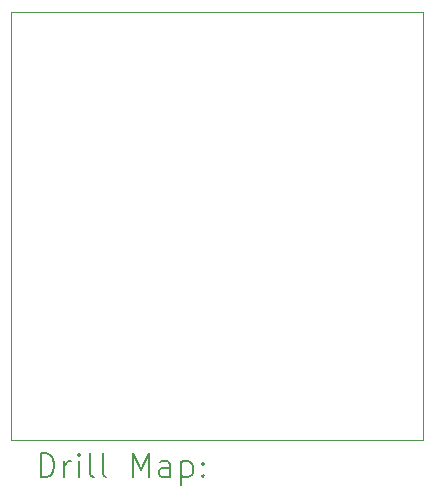
<source format=gbr>
%TF.GenerationSoftware,KiCad,Pcbnew,6.0.8-f2edbf62ab~116~ubuntu22.04.1*%
%TF.CreationDate,2022-10-13T12:47:29+02:00*%
%TF.ProjectId,Dual USB Controller adapter CPC,4475616c-2055-4534-9220-436f6e74726f,0.2*%
%TF.SameCoordinates,Original*%
%TF.FileFunction,Drillmap*%
%TF.FilePolarity,Positive*%
%FSLAX45Y45*%
G04 Gerber Fmt 4.5, Leading zero omitted, Abs format (unit mm)*
G04 Created by KiCad (PCBNEW 6.0.8-f2edbf62ab~116~ubuntu22.04.1) date 2022-10-13 12:47:29*
%MOMM*%
%LPD*%
G01*
G04 APERTURE LIST*
%ADD10C,0.100000*%
%ADD11C,0.200000*%
G04 APERTURE END LIST*
D10*
X19939000Y-6286500D02*
X16446500Y-6286500D01*
X19939000Y-9906000D02*
X19939000Y-6286500D01*
X16446500Y-9906000D02*
X19939000Y-9906000D01*
X16446500Y-6286500D02*
X16446500Y-9906000D01*
D11*
X16699119Y-10221476D02*
X16699119Y-10021476D01*
X16746738Y-10021476D01*
X16775309Y-10031000D01*
X16794357Y-10050048D01*
X16803881Y-10069095D01*
X16813405Y-10107190D01*
X16813405Y-10135762D01*
X16803881Y-10173857D01*
X16794357Y-10192905D01*
X16775309Y-10211952D01*
X16746738Y-10221476D01*
X16699119Y-10221476D01*
X16899119Y-10221476D02*
X16899119Y-10088143D01*
X16899119Y-10126238D02*
X16908643Y-10107190D01*
X16918167Y-10097667D01*
X16937214Y-10088143D01*
X16956262Y-10088143D01*
X17022929Y-10221476D02*
X17022929Y-10088143D01*
X17022929Y-10021476D02*
X17013405Y-10031000D01*
X17022929Y-10040524D01*
X17032452Y-10031000D01*
X17022929Y-10021476D01*
X17022929Y-10040524D01*
X17146738Y-10221476D02*
X17127690Y-10211952D01*
X17118167Y-10192905D01*
X17118167Y-10021476D01*
X17251500Y-10221476D02*
X17232452Y-10211952D01*
X17222929Y-10192905D01*
X17222929Y-10021476D01*
X17480071Y-10221476D02*
X17480071Y-10021476D01*
X17546738Y-10164333D01*
X17613405Y-10021476D01*
X17613405Y-10221476D01*
X17794357Y-10221476D02*
X17794357Y-10116714D01*
X17784833Y-10097667D01*
X17765786Y-10088143D01*
X17727690Y-10088143D01*
X17708643Y-10097667D01*
X17794357Y-10211952D02*
X17775310Y-10221476D01*
X17727690Y-10221476D01*
X17708643Y-10211952D01*
X17699119Y-10192905D01*
X17699119Y-10173857D01*
X17708643Y-10154810D01*
X17727690Y-10145286D01*
X17775310Y-10145286D01*
X17794357Y-10135762D01*
X17889595Y-10088143D02*
X17889595Y-10288143D01*
X17889595Y-10097667D02*
X17908643Y-10088143D01*
X17946738Y-10088143D01*
X17965786Y-10097667D01*
X17975310Y-10107190D01*
X17984833Y-10126238D01*
X17984833Y-10183381D01*
X17975310Y-10202429D01*
X17965786Y-10211952D01*
X17946738Y-10221476D01*
X17908643Y-10221476D01*
X17889595Y-10211952D01*
X18070548Y-10202429D02*
X18080071Y-10211952D01*
X18070548Y-10221476D01*
X18061024Y-10211952D01*
X18070548Y-10202429D01*
X18070548Y-10221476D01*
X18070548Y-10097667D02*
X18080071Y-10107190D01*
X18070548Y-10116714D01*
X18061024Y-10107190D01*
X18070548Y-10097667D01*
X18070548Y-10116714D01*
M02*

</source>
